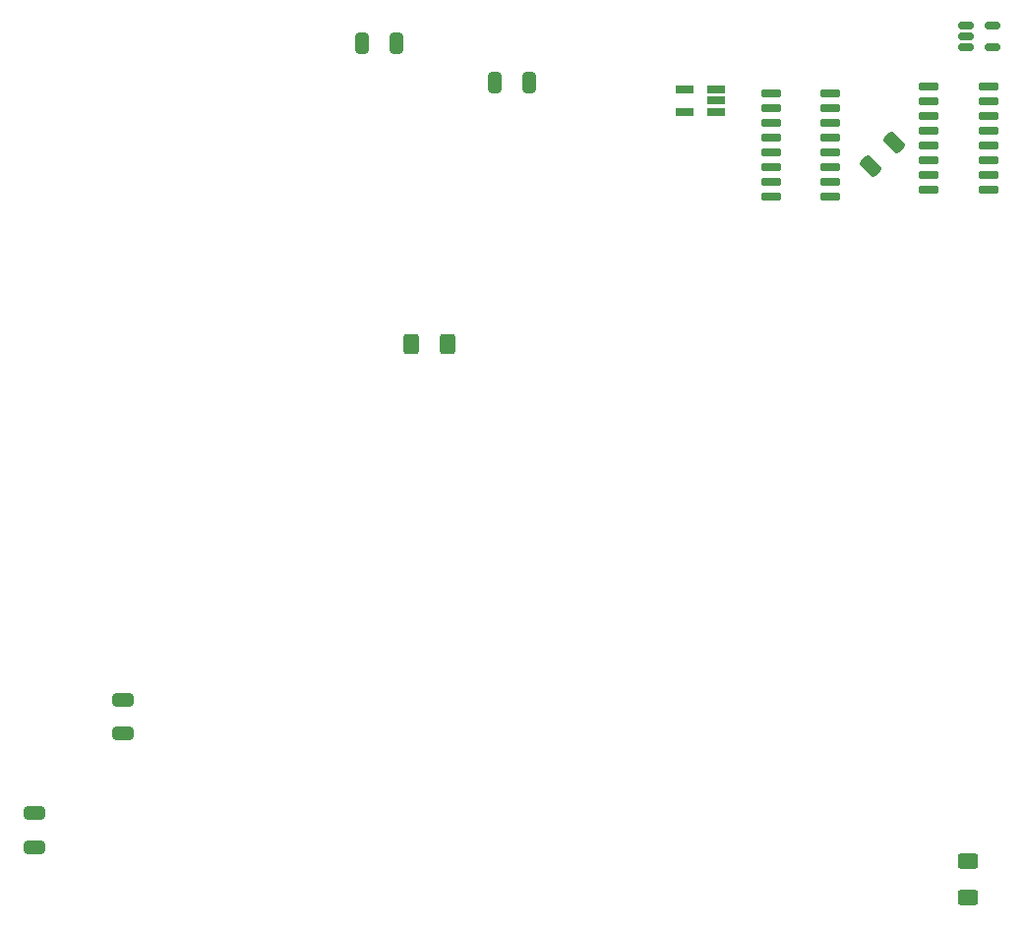
<source format=gbr>
%TF.GenerationSoftware,KiCad,Pcbnew,7.0.7-7.0.7~ubuntu20.04.1*%
%TF.CreationDate,2023-08-26T19:10:28+02:00*%
%TF.ProjectId,MOS_MultiParallel_2,4d4f535f-4d75-46c7-9469-506172616c6c,rev?*%
%TF.SameCoordinates,Original*%
%TF.FileFunction,Paste,Top*%
%TF.FilePolarity,Positive*%
%FSLAX46Y46*%
G04 Gerber Fmt 4.6, Leading zero omitted, Abs format (unit mm)*
G04 Created by KiCad (PCBNEW 7.0.7-7.0.7~ubuntu20.04.1) date 2023-08-26 19:10:28*
%MOMM*%
%LPD*%
G01*
G04 APERTURE LIST*
G04 Aperture macros list*
%AMRoundRect*
0 Rectangle with rounded corners*
0 $1 Rounding radius*
0 $2 $3 $4 $5 $6 $7 $8 $9 X,Y pos of 4 corners*
0 Add a 4 corners polygon primitive as box body*
4,1,4,$2,$3,$4,$5,$6,$7,$8,$9,$2,$3,0*
0 Add four circle primitives for the rounded corners*
1,1,$1+$1,$2,$3*
1,1,$1+$1,$4,$5*
1,1,$1+$1,$6,$7*
1,1,$1+$1,$8,$9*
0 Add four rect primitives between the rounded corners*
20,1,$1+$1,$2,$3,$4,$5,0*
20,1,$1+$1,$4,$5,$6,$7,0*
20,1,$1+$1,$6,$7,$8,$9,0*
20,1,$1+$1,$8,$9,$2,$3,0*%
G04 Aperture macros list end*
%ADD10RoundRect,0.250000X-0.400000X-0.625000X0.400000X-0.625000X0.400000X0.625000X-0.400000X0.625000X0*%
%ADD11RoundRect,0.150000X0.725000X0.150000X-0.725000X0.150000X-0.725000X-0.150000X0.725000X-0.150000X0*%
%ADD12RoundRect,0.250000X0.625000X-0.400000X0.625000X0.400000X-0.625000X0.400000X-0.625000X-0.400000X0*%
%ADD13RoundRect,0.150000X-0.512500X-0.150000X0.512500X-0.150000X0.512500X0.150000X-0.512500X0.150000X0*%
%ADD14RoundRect,0.250000X-0.229810X0.689429X-0.689429X0.229810X0.229810X-0.689429X0.689429X-0.229810X0*%
%ADD15RoundRect,0.250000X0.325000X0.650000X-0.325000X0.650000X-0.325000X-0.650000X0.325000X-0.650000X0*%
%ADD16RoundRect,0.250000X-0.650000X0.325000X-0.650000X-0.325000X0.650000X-0.325000X0.650000X0.325000X0*%
%ADD17RoundRect,0.250000X0.650000X-0.325000X0.650000X0.325000X-0.650000X0.325000X-0.650000X-0.325000X0*%
%ADD18R,1.560000X0.650000*%
%ADD19RoundRect,0.150000X-0.725000X-0.150000X0.725000X-0.150000X0.725000X0.150000X-0.725000X0.150000X0*%
G04 APERTURE END LIST*
D10*
%TO.C,R1*%
X142975400Y-85775800D03*
X146075400Y-85775800D03*
%TD*%
D11*
%TO.C,U6*%
X179065800Y-73077871D03*
X179065800Y-71807871D03*
X179065800Y-70537871D03*
X179065800Y-69267871D03*
X179065800Y-67997871D03*
X179065800Y-66727871D03*
X179065800Y-65457871D03*
X179065800Y-64187871D03*
X173915800Y-64187871D03*
X173915800Y-65457871D03*
X173915800Y-66727871D03*
X173915800Y-67997871D03*
X173915800Y-69267871D03*
X173915800Y-70537871D03*
X173915800Y-71807871D03*
X173915800Y-73077871D03*
%TD*%
D12*
%TO.C,R5*%
X190855600Y-133451600D03*
X190855600Y-130351600D03*
%TD*%
D13*
%TO.C,U8*%
X190708700Y-58333600D03*
X190708700Y-59283600D03*
X190708700Y-60233600D03*
X192983700Y-60233600D03*
X192983700Y-58333600D03*
%TD*%
D14*
%TO.C,C5*%
X184556400Y-68402200D03*
X182470434Y-70488166D03*
%TD*%
D15*
%TO.C,C6*%
X153087600Y-63246000D03*
X150137600Y-63246000D03*
%TD*%
D16*
%TO.C,C3*%
X110566200Y-126210800D03*
X110566200Y-129160800D03*
%TD*%
D17*
%TO.C,C4*%
X118160800Y-119358331D03*
X118160800Y-116408331D03*
%TD*%
D18*
%TO.C,U9*%
X169171600Y-65786000D03*
X169171600Y-64836000D03*
X169171600Y-63886000D03*
X166471600Y-63886000D03*
X166471600Y-65786000D03*
%TD*%
D19*
%TO.C,U7*%
X187530200Y-63603671D03*
X187530200Y-64873671D03*
X187530200Y-66143671D03*
X187530200Y-67413671D03*
X187530200Y-68683671D03*
X187530200Y-69953671D03*
X187530200Y-71223671D03*
X187530200Y-72493671D03*
X192680200Y-72493671D03*
X192680200Y-71223671D03*
X192680200Y-69953671D03*
X192680200Y-68683671D03*
X192680200Y-67413671D03*
X192680200Y-66143671D03*
X192680200Y-64873671D03*
X192680200Y-63603671D03*
%TD*%
D15*
%TO.C,C1*%
X141664000Y-59885000D03*
X138714000Y-59885000D03*
%TD*%
M02*

</source>
